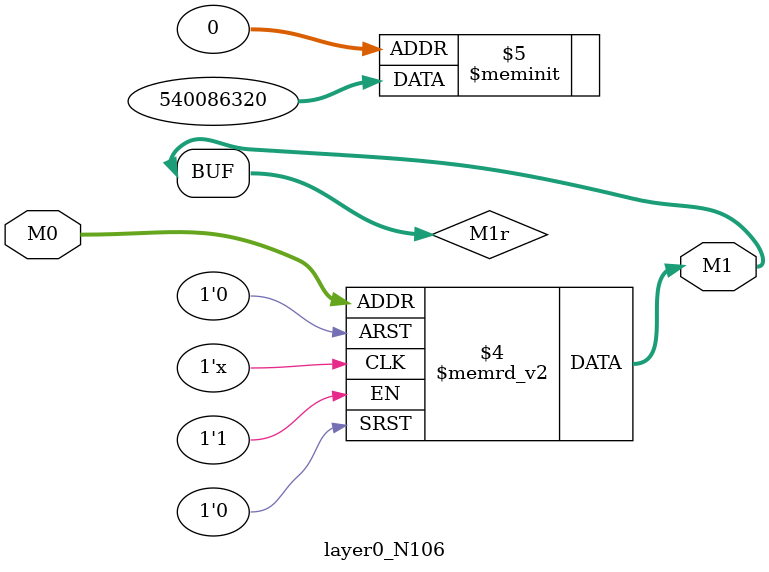
<source format=v>
module layer0_N106 ( input [3:0] M0, output [1:0] M1 );

	(*rom_style = "distributed" *) reg [1:0] M1r;
	assign M1 = M1r;
	always @ (M0) begin
		case (M0)
			4'b0000: M1r = 2'b00;
			4'b1000: M1r = 2'b01;
			4'b0100: M1r = 2'b00;
			4'b1100: M1r = 2'b00;
			4'b0010: M1r = 2'b11;
			4'b1010: M1r = 2'b11;
			4'b0110: M1r = 2'b01;
			4'b1110: M1r = 2'b10;
			4'b0001: M1r = 2'b00;
			4'b1001: M1r = 2'b00;
			4'b0101: M1r = 2'b00;
			4'b1101: M1r = 2'b00;
			4'b0011: M1r = 2'b00;
			4'b1011: M1r = 2'b00;
			4'b0111: M1r = 2'b00;
			4'b1111: M1r = 2'b00;

		endcase
	end
endmodule

</source>
